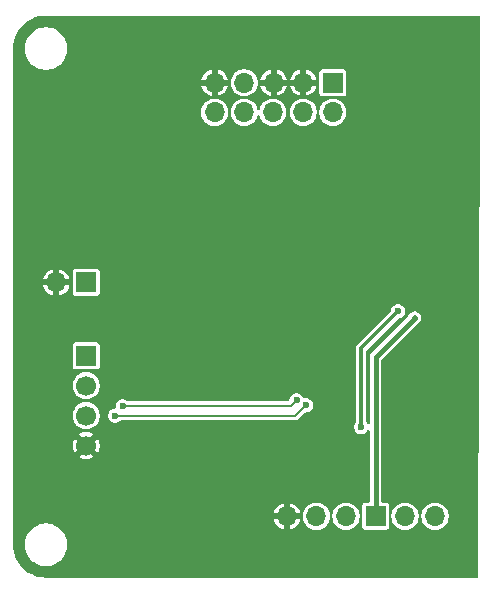
<source format=gbr>
%TF.GenerationSoftware,KiCad,Pcbnew,9.0.1*%
%TF.CreationDate,2025-10-26T23:50:52+01:00*%
%TF.ProjectId,onyks-iot-esp32-storage-rfid,6f6e796b-732d-4696-9f74-2d6573703332,rev?*%
%TF.SameCoordinates,Original*%
%TF.FileFunction,Copper,L4,Bot*%
%TF.FilePolarity,Positive*%
%FSLAX46Y46*%
G04 Gerber Fmt 4.6, Leading zero omitted, Abs format (unit mm)*
G04 Created by KiCad (PCBNEW 9.0.1) date 2025-10-26 23:50:52*
%MOMM*%
%LPD*%
G01*
G04 APERTURE LIST*
%TA.AperFunction,ComponentPad*%
%ADD10R,1.700000X1.700000*%
%TD*%
%TA.AperFunction,ComponentPad*%
%ADD11C,1.700000*%
%TD*%
%TA.AperFunction,HeatsinkPad*%
%ADD12C,0.600000*%
%TD*%
%TA.AperFunction,ComponentPad*%
%ADD13O,1.700000X1.700000*%
%TD*%
%TA.AperFunction,ViaPad*%
%ADD14C,0.600000*%
%TD*%
%TA.AperFunction,ViaPad*%
%ADD15C,0.500000*%
%TD*%
%TA.AperFunction,Conductor*%
%ADD16C,0.300000*%
%TD*%
%TA.AperFunction,Conductor*%
%ADD17C,0.400000*%
%TD*%
%TA.AperFunction,Conductor*%
%ADD18C,0.200000*%
%TD*%
G04 APERTURE END LIST*
D10*
%TO.P,J4,1,Pin_1*%
%TO.N,VCC*%
X134200000Y-120800000D03*
D11*
%TO.P,J4,2,Pin_2*%
%TO.N,/ESP32/RXD*%
X134200000Y-123340000D03*
%TO.P,J4,3,Pin_3*%
%TO.N,/ESP32/TXD*%
X134200000Y-125880000D03*
%TO.P,J4,4,Pin_4*%
%TO.N,GND*%
X134200000Y-128420000D03*
%TD*%
D12*
%TO.P,U1,39,GND*%
%TO.N,GND*%
X159250000Y-111350000D03*
X157850000Y-111350000D03*
X159950000Y-112050000D03*
X158550000Y-112050000D03*
X157150000Y-112050000D03*
X159250000Y-112725000D03*
X157850000Y-112725000D03*
X159950000Y-113450000D03*
X158550000Y-113450000D03*
X157150000Y-113450000D03*
X159250000Y-114150000D03*
X157850000Y-114150000D03*
%TD*%
D10*
%TO.P,J3,1,Pin_1*%
%TO.N,VDD33*%
X155080000Y-97700000D03*
D13*
%TO.P,J3,2,Pin_2*%
%TO.N,GND*%
X152580000Y-97700000D03*
%TO.P,J3,3,Pin_3*%
X150080000Y-97700000D03*
%TO.P,J3,4,Pin_4*%
%TO.N,unconnected-(J3-Pin_4-Pad4)*%
X147580000Y-97700000D03*
%TO.P,J3,5,Pin_5*%
%TO.N,GND*%
X145080000Y-97700000D03*
%TO.P,J3,6,Pin_6*%
%TO.N,/ESP32/MTMS*%
X152580000Y-100200000D03*
%TO.P,J3,7,Pin_7*%
%TO.N,/ESP32/MTCK*%
X147580000Y-100200000D03*
%TO.P,J3,8,Pin_8*%
%TO.N,/ESP32/MTDO*%
X145080000Y-100200000D03*
%TO.P,J3,9,Pin_9*%
%TO.N,/ESP32/MTDI*%
X150000000Y-100200000D03*
%TO.P,J3,10,Pin_10*%
%TO.N,unconnected-(J3-Pin_10-Pad10)*%
X155080000Y-100200000D03*
%TD*%
D10*
%TO.P,J2,1,Pin_1*%
%TO.N,VDD33*%
X158700000Y-134400000D03*
D13*
%TO.P,J2,2,Pin_2*%
%TO.N,GND*%
X151200000Y-134400000D03*
%TO.P,J2,3,Pin_3*%
%TO.N,/ESP32/PROGRAM_RXD*%
X161200000Y-134400000D03*
%TO.P,J2,4,Pin_4*%
%TO.N,/ESP32/PROGRAM_TXD*%
X163740000Y-134400000D03*
%TO.P,J2,5,Pin_5*%
%TO.N,/ESP32/DTR*%
X156200000Y-134400000D03*
%TO.P,J2,6,Pin_6*%
%TO.N,/ESP32/RTS*%
X153700000Y-134400000D03*
%TD*%
D10*
%TO.P,J1,1,Pin_1*%
%TO.N,VCC*%
X134200000Y-114600000D03*
D13*
%TO.P,J1,2,Pin_2*%
%TO.N,GND*%
X131660000Y-114600000D03*
%TD*%
D14*
%TO.N,/ESP32/EN*%
X160608000Y-117047000D03*
X157480000Y-126838000D03*
%TO.N,GND*%
X138049000Y-95758000D03*
X151257000Y-112903000D03*
X142621000Y-104140000D03*
X136017000Y-104140000D03*
X136525000Y-134239000D03*
X136525000Y-131318000D03*
X158242000Y-100584000D03*
X166116000Y-99822000D03*
X166116000Y-95631000D03*
X166116000Y-97409000D03*
X131445000Y-129921000D03*
X136652000Y-120015000D03*
X155702000Y-102870000D03*
X151384000Y-108458000D03*
D15*
X146177000Y-95377000D03*
D14*
X151257000Y-119634000D03*
D15*
X145161000Y-92710000D03*
D14*
X154305000Y-125222000D03*
X156210000Y-125222000D03*
X140843000Y-123317000D03*
X166624000Y-115570000D03*
D15*
X135200000Y-106850000D03*
D14*
X153924000Y-112903000D03*
X129667000Y-131191000D03*
X151257000Y-115062000D03*
X138430000Y-132588000D03*
X129413000Y-110236000D03*
X146812000Y-135382000D03*
D15*
X154051000Y-92710000D03*
D14*
X160020000Y-98933000D03*
X153797000Y-110744000D03*
X166624000Y-109220000D03*
X143891000Y-105156000D03*
D15*
X151003000Y-92710000D03*
D14*
X153797000Y-114935000D03*
X144653000Y-116840000D03*
X131191000Y-127000000D03*
X136906000Y-101600000D03*
X146304000Y-122047000D03*
X160020000Y-101600000D03*
X144780000Y-120904000D03*
X166624000Y-112395000D03*
X136652000Y-122682000D03*
D15*
X142367000Y-92710000D03*
D14*
X151257000Y-117602000D03*
X144653000Y-123317000D03*
X164338000Y-125603000D03*
X158115000Y-102870000D03*
X151257000Y-110871000D03*
D15*
X160274000Y-92710000D03*
D14*
X129413000Y-114300000D03*
X139192000Y-104140000D03*
X164846000Y-116967000D03*
X158242000Y-97282000D03*
X156464000Y-108458000D03*
X138811000Y-101600000D03*
X143764000Y-102616000D03*
D15*
X157443172Y-92659738D03*
X148082000Y-92710000D03*
D14*
X163322000Y-118618000D03*
D15*
X139319000Y-92710000D03*
D14*
X138684000Y-135763000D03*
D15*
X132600000Y-98000000D03*
D14*
X166624000Y-118491000D03*
X143891000Y-107696000D03*
X142748000Y-109220000D03*
X165989000Y-127000000D03*
X137033000Y-97663000D03*
X129540000Y-128651000D03*
X146812000Y-132588000D03*
D15*
X151511000Y-95377000D03*
D14*
X164846000Y-120396000D03*
X142875000Y-121920000D03*
X164338000Y-128524000D03*
X131953000Y-117348000D03*
X129413000Y-108077000D03*
X129413000Y-117221000D03*
X153797000Y-108585000D03*
D15*
X136271000Y-92710000D03*
D14*
X145161000Y-134112000D03*
X129413000Y-120015000D03*
X153797000Y-117475000D03*
X136525000Y-137033000D03*
X129413000Y-105918000D03*
X142748000Y-106680000D03*
X145161000Y-137287000D03*
X140843000Y-121031000D03*
D15*
X166243000Y-102870000D03*
X163195000Y-92710000D03*
D14*
X165989000Y-129540000D03*
D15*
X136271000Y-94615000D03*
D14*
X144780000Y-118999000D03*
X129413000Y-122936000D03*
X136398000Y-117348000D03*
X129413000Y-103378000D03*
X129413000Y-125730000D03*
X153670000Y-119634000D03*
X131699000Y-110363000D03*
X142113000Y-116840000D03*
D15*
%TO.N,VDD33*%
X162000000Y-117600000D03*
D14*
%TO.N,/ESP32/TXD*%
X152806500Y-124993500D03*
X136652000Y-125880000D03*
%TO.N,/ESP32/RXD*%
X137287000Y-125080000D03*
X152016000Y-124584000D03*
%TD*%
D16*
%TO.N,/ESP32/EN*%
X160655000Y-117000000D02*
X160608000Y-117047000D01*
X157480000Y-120175000D02*
X160608000Y-117047000D01*
X157480000Y-126838000D02*
X157480000Y-120175000D01*
D17*
%TO.N,VDD33*%
X158700000Y-120900000D02*
X158700000Y-134400000D01*
X162000000Y-117600000D02*
X158700000Y-120900000D01*
D18*
%TO.N,/ESP32/TXD*%
X151920000Y-125880000D02*
X136652000Y-125880000D01*
X152800000Y-125000000D02*
X151920000Y-125880000D01*
X136652000Y-125880000D02*
X136600000Y-125880000D01*
%TO.N,/ESP32/RXD*%
X137287000Y-125080000D02*
X151520000Y-125080000D01*
X151520000Y-125080000D02*
X152000000Y-124600000D01*
X137200000Y-125080000D02*
X137287000Y-125080000D01*
%TD*%
%TA.AperFunction,Conductor*%
%TO.N,GND*%
G36*
X167529191Y-92019407D02*
G01*
X167565155Y-92068907D01*
X167570000Y-92099500D01*
X167570000Y-97892466D01*
X167569999Y-97892855D01*
X167406670Y-139500889D01*
X167387535Y-139559005D01*
X167337894Y-139594774D01*
X167307671Y-139599500D01*
X130802773Y-139599500D01*
X130797222Y-139599344D01*
X130492105Y-139582208D01*
X130481073Y-139580965D01*
X130182538Y-139530243D01*
X130171716Y-139527773D01*
X130078399Y-139500889D01*
X129880724Y-139443939D01*
X129870245Y-139440272D01*
X129590476Y-139324388D01*
X129580474Y-139319571D01*
X129315444Y-139173094D01*
X129306044Y-139167188D01*
X129059069Y-138991950D01*
X129050389Y-138985027D01*
X128824600Y-138783249D01*
X128816750Y-138775399D01*
X128614972Y-138549610D01*
X128608049Y-138540930D01*
X128432811Y-138293955D01*
X128426905Y-138284555D01*
X128280428Y-138019525D01*
X128275611Y-138009523D01*
X128159727Y-137729754D01*
X128156060Y-137719275D01*
X128153072Y-137708903D01*
X128072222Y-137428270D01*
X128069759Y-137417476D01*
X128019033Y-137118921D01*
X128017791Y-137107894D01*
X128007127Y-136918012D01*
X128000656Y-136802777D01*
X128000500Y-136797226D01*
X128000500Y-136681987D01*
X128999500Y-136681987D01*
X128999500Y-136918012D01*
X129030306Y-137152006D01*
X129030306Y-137152011D01*
X129091393Y-137379992D01*
X129181713Y-137598044D01*
X129299729Y-137802453D01*
X129443402Y-137989692D01*
X129443404Y-137989694D01*
X129443408Y-137989699D01*
X129610301Y-138156592D01*
X129610305Y-138156595D01*
X129610307Y-138156597D01*
X129732033Y-138250000D01*
X129797550Y-138300273D01*
X130001951Y-138418284D01*
X130001952Y-138418284D01*
X130001955Y-138418286D01*
X130220007Y-138508606D01*
X130447986Y-138569693D01*
X130681989Y-138600500D01*
X130681990Y-138600500D01*
X130918010Y-138600500D01*
X130918011Y-138600500D01*
X131152014Y-138569693D01*
X131379993Y-138508606D01*
X131598049Y-138418284D01*
X131802450Y-138300273D01*
X131989699Y-138156592D01*
X132156592Y-137989699D01*
X132300273Y-137802450D01*
X132418284Y-137598049D01*
X132508606Y-137379993D01*
X132569693Y-137152014D01*
X132600500Y-136918011D01*
X132600500Y-136681989D01*
X132569693Y-136447986D01*
X132508606Y-136220007D01*
X132418284Y-136001951D01*
X132300273Y-135797550D01*
X132156592Y-135610301D01*
X131989699Y-135443408D01*
X131989694Y-135443404D01*
X131989692Y-135443402D01*
X131802453Y-135299729D01*
X131794035Y-135294869D01*
X131598049Y-135181716D01*
X131598044Y-135181713D01*
X131379992Y-135091393D01*
X131224277Y-135049670D01*
X131152014Y-135030307D01*
X131152011Y-135030306D01*
X131152009Y-135030306D01*
X130918012Y-134999500D01*
X130918011Y-134999500D01*
X130681989Y-134999500D01*
X130681987Y-134999500D01*
X130447993Y-135030306D01*
X130447988Y-135030306D01*
X130220007Y-135091393D01*
X130001955Y-135181713D01*
X129797546Y-135299729D01*
X129610307Y-135443402D01*
X129443402Y-135610307D01*
X129299729Y-135797546D01*
X129181713Y-136001955D01*
X129091393Y-136220007D01*
X129030306Y-136447988D01*
X129030306Y-136447993D01*
X128999500Y-136681987D01*
X128000500Y-136681987D01*
X128000500Y-134149999D01*
X150075261Y-134149999D01*
X150075261Y-134150000D01*
X150766988Y-134150000D01*
X150734075Y-134207007D01*
X150700000Y-134334174D01*
X150700000Y-134465826D01*
X150734075Y-134592993D01*
X150766988Y-134650000D01*
X150075261Y-134650000D01*
X150078317Y-134669292D01*
X150134250Y-134841440D01*
X150216431Y-135002730D01*
X150216433Y-135002734D01*
X150322824Y-135149169D01*
X150450830Y-135277175D01*
X150597265Y-135383566D01*
X150597269Y-135383568D01*
X150758559Y-135465749D01*
X150930705Y-135521682D01*
X150950000Y-135524737D01*
X150950000Y-134833012D01*
X151007007Y-134865925D01*
X151134174Y-134900000D01*
X151265826Y-134900000D01*
X151392993Y-134865925D01*
X151450000Y-134833012D01*
X151450000Y-135524737D01*
X151469294Y-135521682D01*
X151641440Y-135465749D01*
X151802730Y-135383568D01*
X151802734Y-135383566D01*
X151949169Y-135277175D01*
X152077175Y-135149169D01*
X152183566Y-135002734D01*
X152183568Y-135002730D01*
X152265749Y-134841440D01*
X152321682Y-134669292D01*
X152324739Y-134650000D01*
X151633012Y-134650000D01*
X151665925Y-134592993D01*
X151700000Y-134465826D01*
X151700000Y-134334174D01*
X151693375Y-134309450D01*
X152549500Y-134309450D01*
X152549500Y-134490549D01*
X152577828Y-134669406D01*
X152633788Y-134841637D01*
X152715871Y-135002734D01*
X152716004Y-135002994D01*
X152822447Y-135149501D01*
X152950499Y-135277553D01*
X153097006Y-135383996D01*
X153258361Y-135466211D01*
X153430591Y-135522171D01*
X153502136Y-135533502D01*
X153609451Y-135550500D01*
X153609454Y-135550500D01*
X153790549Y-135550500D01*
X153879977Y-135536335D01*
X153969409Y-135522171D01*
X154141639Y-135466211D01*
X154302994Y-135383996D01*
X154449501Y-135277553D01*
X154577553Y-135149501D01*
X154683996Y-135002994D01*
X154766211Y-134841639D01*
X154822171Y-134669409D01*
X154850500Y-134490546D01*
X154850500Y-134309454D01*
X154850500Y-134309450D01*
X155049500Y-134309450D01*
X155049500Y-134490549D01*
X155077828Y-134669406D01*
X155133788Y-134841637D01*
X155215871Y-135002734D01*
X155216004Y-135002994D01*
X155322447Y-135149501D01*
X155450499Y-135277553D01*
X155597006Y-135383996D01*
X155758361Y-135466211D01*
X155930591Y-135522171D01*
X156002136Y-135533502D01*
X156109451Y-135550500D01*
X156109454Y-135550500D01*
X156290549Y-135550500D01*
X156379977Y-135536335D01*
X156469409Y-135522171D01*
X156641639Y-135466211D01*
X156802994Y-135383996D01*
X156949501Y-135277553D01*
X157077553Y-135149501D01*
X157183996Y-135002994D01*
X157266211Y-134841639D01*
X157322171Y-134669409D01*
X157350500Y-134490546D01*
X157350500Y-134309454D01*
X157350500Y-134309450D01*
X157322171Y-134130593D01*
X157322171Y-134130591D01*
X157266211Y-133958361D01*
X157183996Y-133797006D01*
X157077553Y-133650499D01*
X156949501Y-133522447D01*
X156802994Y-133416004D01*
X156802993Y-133416003D01*
X156802991Y-133416002D01*
X156641637Y-133333788D01*
X156469406Y-133277828D01*
X156290549Y-133249500D01*
X156290546Y-133249500D01*
X156109454Y-133249500D01*
X156109451Y-133249500D01*
X155930593Y-133277828D01*
X155758362Y-133333788D01*
X155597008Y-133416002D01*
X155523752Y-133469225D01*
X155450499Y-133522447D01*
X155322447Y-133650499D01*
X155322207Y-133650830D01*
X155216002Y-133797008D01*
X155133788Y-133958362D01*
X155077828Y-134130593D01*
X155049500Y-134309450D01*
X154850500Y-134309450D01*
X154822171Y-134130593D01*
X154822171Y-134130591D01*
X154766211Y-133958361D01*
X154683996Y-133797006D01*
X154577553Y-133650499D01*
X154449501Y-133522447D01*
X154302994Y-133416004D01*
X154302993Y-133416003D01*
X154302991Y-133416002D01*
X154141637Y-133333788D01*
X153969406Y-133277828D01*
X153790549Y-133249500D01*
X153790546Y-133249500D01*
X153609454Y-133249500D01*
X153609451Y-133249500D01*
X153430593Y-133277828D01*
X153258362Y-133333788D01*
X153097008Y-133416002D01*
X153023752Y-133469225D01*
X152950499Y-133522447D01*
X152822447Y-133650499D01*
X152822207Y-133650830D01*
X152716002Y-133797008D01*
X152633788Y-133958362D01*
X152577828Y-134130593D01*
X152549500Y-134309450D01*
X151693375Y-134309450D01*
X151665925Y-134207007D01*
X151633012Y-134150000D01*
X152324739Y-134150000D01*
X152324738Y-134149999D01*
X152321682Y-134130707D01*
X152265749Y-133958559D01*
X152183568Y-133797269D01*
X152183566Y-133797265D01*
X152077175Y-133650830D01*
X151949169Y-133522824D01*
X151802734Y-133416433D01*
X151802730Y-133416431D01*
X151641440Y-133334250D01*
X151469292Y-133278317D01*
X151450000Y-133275261D01*
X151450000Y-133966988D01*
X151392993Y-133934075D01*
X151265826Y-133900000D01*
X151134174Y-133900000D01*
X151007007Y-133934075D01*
X150950000Y-133966988D01*
X150950000Y-133275261D01*
X150949999Y-133275261D01*
X150930707Y-133278317D01*
X150758559Y-133334250D01*
X150597269Y-133416431D01*
X150597265Y-133416433D01*
X150450830Y-133522824D01*
X150322824Y-133650830D01*
X150216433Y-133797265D01*
X150216431Y-133797269D01*
X150134250Y-133958559D01*
X150078317Y-134130707D01*
X150075261Y-134149999D01*
X128000500Y-134149999D01*
X128000500Y-128329489D01*
X133050000Y-128329489D01*
X133050000Y-128510510D01*
X133078316Y-128689289D01*
X133134250Y-128861440D01*
X133216432Y-129022730D01*
X133227911Y-129038531D01*
X133717036Y-128549406D01*
X133734075Y-128612993D01*
X133799901Y-128727007D01*
X133892993Y-128820099D01*
X134007007Y-128885925D01*
X134070591Y-128902962D01*
X133581466Y-129392087D01*
X133597266Y-129403566D01*
X133758559Y-129485749D01*
X133930710Y-129541683D01*
X134109490Y-129570000D01*
X134290510Y-129570000D01*
X134469289Y-129541683D01*
X134641440Y-129485749D01*
X134802730Y-129403568D01*
X134802735Y-129403564D01*
X134818532Y-129392087D01*
X134818532Y-129392086D01*
X134329408Y-128902962D01*
X134392993Y-128885925D01*
X134507007Y-128820099D01*
X134600099Y-128727007D01*
X134665925Y-128612993D01*
X134682962Y-128549408D01*
X135172086Y-129038532D01*
X135172087Y-129038532D01*
X135183564Y-129022735D01*
X135183568Y-129022730D01*
X135265749Y-128861440D01*
X135321683Y-128689289D01*
X135350000Y-128510510D01*
X135350000Y-128329489D01*
X135321683Y-128150710D01*
X135265749Y-127978559D01*
X135183566Y-127817266D01*
X135172087Y-127801466D01*
X134682962Y-128290591D01*
X134665925Y-128227007D01*
X134600099Y-128112993D01*
X134507007Y-128019901D01*
X134392993Y-127954075D01*
X134329406Y-127937036D01*
X134818532Y-127447911D01*
X134802730Y-127436432D01*
X134641440Y-127354250D01*
X134469289Y-127298316D01*
X134290510Y-127270000D01*
X134109490Y-127270000D01*
X133930710Y-127298316D01*
X133758559Y-127354250D01*
X133597264Y-127436434D01*
X133581466Y-127447911D01*
X134070592Y-127937037D01*
X134007007Y-127954075D01*
X133892993Y-128019901D01*
X133799901Y-128112993D01*
X133734075Y-128227007D01*
X133717037Y-128290592D01*
X133227911Y-127801466D01*
X133216434Y-127817264D01*
X133134250Y-127978559D01*
X133078316Y-128150710D01*
X133050000Y-128329489D01*
X128000500Y-128329489D01*
X128000500Y-125789450D01*
X133049500Y-125789450D01*
X133049500Y-125970549D01*
X133077828Y-126149406D01*
X133133788Y-126321637D01*
X133209015Y-126469279D01*
X133216004Y-126482994D01*
X133322447Y-126629501D01*
X133450499Y-126757553D01*
X133597006Y-126863996D01*
X133758361Y-126946211D01*
X133930591Y-127002171D01*
X134002136Y-127013502D01*
X134109451Y-127030500D01*
X134109454Y-127030500D01*
X134290549Y-127030500D01*
X134379977Y-127016335D01*
X134469409Y-127002171D01*
X134641639Y-126946211D01*
X134802994Y-126863996D01*
X134947588Y-126758943D01*
X156879500Y-126758943D01*
X156879500Y-126917057D01*
X156920423Y-127069784D01*
X156999480Y-127206716D01*
X157111284Y-127318520D01*
X157248216Y-127397577D01*
X157400943Y-127438500D01*
X157400945Y-127438500D01*
X157559055Y-127438500D01*
X157559057Y-127438500D01*
X157711784Y-127397577D01*
X157848716Y-127318520D01*
X157960520Y-127206716D01*
X158014764Y-127112760D01*
X158060233Y-127071821D01*
X158121083Y-127065425D01*
X158174071Y-127096018D01*
X158198958Y-127151913D01*
X158199500Y-127162262D01*
X158199500Y-133150500D01*
X158180593Y-133208691D01*
X158131093Y-133244655D01*
X158100500Y-133249500D01*
X157805139Y-133249500D01*
X157805136Y-133249501D01*
X157780009Y-133252414D01*
X157677235Y-133297794D01*
X157597794Y-133377235D01*
X157552414Y-133480011D01*
X157549500Y-133505130D01*
X157549500Y-135294860D01*
X157549501Y-135294863D01*
X157552414Y-135319990D01*
X157577756Y-135377385D01*
X157597794Y-135422765D01*
X157677235Y-135502206D01*
X157780009Y-135547585D01*
X157805135Y-135550500D01*
X159594864Y-135550499D01*
X159619991Y-135547585D01*
X159722765Y-135502206D01*
X159802206Y-135422765D01*
X159847585Y-135319991D01*
X159850500Y-135294865D01*
X159850499Y-134309450D01*
X160049500Y-134309450D01*
X160049500Y-134490549D01*
X160077828Y-134669406D01*
X160133788Y-134841637D01*
X160215871Y-135002734D01*
X160216004Y-135002994D01*
X160322447Y-135149501D01*
X160450499Y-135277553D01*
X160597006Y-135383996D01*
X160758361Y-135466211D01*
X160930591Y-135522171D01*
X161002136Y-135533502D01*
X161109451Y-135550500D01*
X161109454Y-135550500D01*
X161290549Y-135550500D01*
X161379977Y-135536335D01*
X161469409Y-135522171D01*
X161641639Y-135466211D01*
X161802994Y-135383996D01*
X161949501Y-135277553D01*
X162077553Y-135149501D01*
X162183996Y-135002994D01*
X162266211Y-134841639D01*
X162322171Y-134669409D01*
X162350500Y-134490546D01*
X162350500Y-134309454D01*
X162350500Y-134309450D01*
X162589500Y-134309450D01*
X162589500Y-134490549D01*
X162617828Y-134669406D01*
X162673788Y-134841637D01*
X162755871Y-135002734D01*
X162756004Y-135002994D01*
X162862447Y-135149501D01*
X162990499Y-135277553D01*
X163137006Y-135383996D01*
X163298361Y-135466211D01*
X163470591Y-135522171D01*
X163542136Y-135533502D01*
X163649451Y-135550500D01*
X163649454Y-135550500D01*
X163830549Y-135550500D01*
X163919977Y-135536335D01*
X164009409Y-135522171D01*
X164181639Y-135466211D01*
X164342994Y-135383996D01*
X164489501Y-135277553D01*
X164617553Y-135149501D01*
X164723996Y-135002994D01*
X164806211Y-134841639D01*
X164862171Y-134669409D01*
X164890500Y-134490546D01*
X164890500Y-134309454D01*
X164890500Y-134309450D01*
X164862171Y-134130593D01*
X164862171Y-134130591D01*
X164806211Y-133958361D01*
X164723996Y-133797006D01*
X164617553Y-133650499D01*
X164489501Y-133522447D01*
X164342994Y-133416004D01*
X164342993Y-133416003D01*
X164342991Y-133416002D01*
X164181637Y-133333788D01*
X164009406Y-133277828D01*
X163830549Y-133249500D01*
X163830546Y-133249500D01*
X163649454Y-133249500D01*
X163649451Y-133249500D01*
X163470593Y-133277828D01*
X163298362Y-133333788D01*
X163137008Y-133416002D01*
X163063752Y-133469225D01*
X162990499Y-133522447D01*
X162862447Y-133650499D01*
X162862207Y-133650830D01*
X162756002Y-133797008D01*
X162673788Y-133958362D01*
X162617828Y-134130593D01*
X162589500Y-134309450D01*
X162350500Y-134309450D01*
X162322171Y-134130593D01*
X162322171Y-134130591D01*
X162266211Y-133958361D01*
X162183996Y-133797006D01*
X162077553Y-133650499D01*
X161949501Y-133522447D01*
X161802994Y-133416004D01*
X161802993Y-133416003D01*
X161802991Y-133416002D01*
X161641637Y-133333788D01*
X161469406Y-133277828D01*
X161290549Y-133249500D01*
X161290546Y-133249500D01*
X161109454Y-133249500D01*
X161109451Y-133249500D01*
X160930593Y-133277828D01*
X160758362Y-133333788D01*
X160597008Y-133416002D01*
X160523752Y-133469225D01*
X160450499Y-133522447D01*
X160322447Y-133650499D01*
X160322207Y-133650830D01*
X160216002Y-133797008D01*
X160133788Y-133958362D01*
X160077828Y-134130593D01*
X160049500Y-134309450D01*
X159850499Y-134309450D01*
X159850499Y-133505136D01*
X159847585Y-133480009D01*
X159802206Y-133377235D01*
X159722765Y-133297794D01*
X159619991Y-133252415D01*
X159619990Y-133252414D01*
X159619988Y-133252414D01*
X159594869Y-133249500D01*
X159594865Y-133249500D01*
X159299500Y-133249500D01*
X159241309Y-133230593D01*
X159205345Y-133181093D01*
X159200500Y-133150500D01*
X159200500Y-121148321D01*
X159219407Y-121090130D01*
X159229490Y-121078323D01*
X162169611Y-118138201D01*
X162206970Y-118116637D01*
X162206486Y-118115469D01*
X162212481Y-118112985D01*
X162212480Y-118112985D01*
X162212485Y-118112984D01*
X162338015Y-118040509D01*
X162440509Y-117938015D01*
X162512984Y-117812485D01*
X162550500Y-117672475D01*
X162550500Y-117527525D01*
X162512984Y-117387515D01*
X162512982Y-117387512D01*
X162512982Y-117387510D01*
X162440512Y-117261989D01*
X162440510Y-117261987D01*
X162440509Y-117261985D01*
X162338015Y-117159491D01*
X162338012Y-117159489D01*
X162338010Y-117159487D01*
X162212488Y-117087017D01*
X162212489Y-117087017D01*
X162182896Y-117079087D01*
X162072475Y-117049500D01*
X161927525Y-117049500D01*
X161865790Y-117066041D01*
X161787510Y-117087017D01*
X161661989Y-117159487D01*
X161559490Y-117261986D01*
X161487014Y-117387519D01*
X161484533Y-117393510D01*
X161483369Y-117393027D01*
X161461798Y-117430386D01*
X158392686Y-120499500D01*
X158392685Y-120499499D01*
X158299500Y-120592685D01*
X158299496Y-120592690D01*
X158233609Y-120706809D01*
X158199500Y-120834109D01*
X158199500Y-126513737D01*
X158198275Y-126517507D01*
X158199206Y-126521360D01*
X158188926Y-126546280D01*
X158180593Y-126571928D01*
X158177385Y-126574258D01*
X158175874Y-126577922D01*
X158152910Y-126592040D01*
X158131093Y-126607892D01*
X158127129Y-126607892D01*
X158123752Y-126609968D01*
X158096870Y-126607892D01*
X158069907Y-126607892D01*
X158066700Y-126605562D01*
X158062749Y-126605257D01*
X158045546Y-126590193D01*
X158020407Y-126571928D01*
X158016165Y-126565588D01*
X158015437Y-126564403D01*
X157960520Y-126469284D01*
X157951265Y-126460029D01*
X157945165Y-126450107D01*
X157940580Y-126431132D01*
X157931717Y-126413734D01*
X157930500Y-126398256D01*
X157930500Y-120402611D01*
X157949407Y-120344420D01*
X157959496Y-120332607D01*
X160615607Y-117676496D01*
X160670124Y-117648719D01*
X160685611Y-117647500D01*
X160687055Y-117647500D01*
X160687057Y-117647500D01*
X160839784Y-117606577D01*
X160976716Y-117527520D01*
X161088520Y-117415716D01*
X161167577Y-117278784D01*
X161208500Y-117126057D01*
X161208500Y-116967943D01*
X161167577Y-116815216D01*
X161088520Y-116678284D01*
X160976716Y-116566480D01*
X160839784Y-116487423D01*
X160687057Y-116446500D01*
X160528943Y-116446500D01*
X160376216Y-116487423D01*
X160239284Y-116566480D01*
X160127480Y-116678284D01*
X160048423Y-116815216D01*
X160007500Y-116967944D01*
X160007500Y-116969389D01*
X160007180Y-116970373D01*
X160006653Y-116974377D01*
X160005911Y-116974279D01*
X159988593Y-117027580D01*
X159978504Y-117039393D01*
X157119507Y-119898390D01*
X157060200Y-120001112D01*
X157060200Y-120001113D01*
X157060201Y-120001114D01*
X157029500Y-120115692D01*
X157029500Y-126398256D01*
X157010593Y-126456447D01*
X157000510Y-126468253D01*
X156999483Y-126469279D01*
X156999480Y-126469283D01*
X156999480Y-126469284D01*
X156920423Y-126606216D01*
X156879500Y-126758943D01*
X134947588Y-126758943D01*
X134949501Y-126757553D01*
X135077553Y-126629501D01*
X135183996Y-126482994D01*
X135266211Y-126321639D01*
X135322171Y-126149409D01*
X135350500Y-125970546D01*
X135350500Y-125800943D01*
X136051500Y-125800943D01*
X136051500Y-125959057D01*
X136092423Y-126111784D01*
X136171480Y-126248716D01*
X136283284Y-126360520D01*
X136420216Y-126439577D01*
X136572943Y-126480500D01*
X136572945Y-126480500D01*
X136731055Y-126480500D01*
X136731057Y-126480500D01*
X136883784Y-126439577D01*
X137020716Y-126360520D01*
X137046229Y-126335006D01*
X137071741Y-126309496D01*
X137126258Y-126281719D01*
X137141744Y-126280500D01*
X151972725Y-126280500D01*
X151972727Y-126280500D01*
X152074588Y-126253207D01*
X152074590Y-126253205D01*
X152074592Y-126253205D01*
X152165908Y-126200483D01*
X152165908Y-126200482D01*
X152165913Y-126200480D01*
X152743397Y-125622996D01*
X152797914Y-125595219D01*
X152813401Y-125594000D01*
X152885555Y-125594000D01*
X152885557Y-125594000D01*
X153038284Y-125553077D01*
X153175216Y-125474020D01*
X153287020Y-125362216D01*
X153366077Y-125225284D01*
X153407000Y-125072557D01*
X153407000Y-124914443D01*
X153366077Y-124761716D01*
X153287020Y-124624784D01*
X153175216Y-124512980D01*
X153038284Y-124433923D01*
X152885557Y-124393000D01*
X152727443Y-124393000D01*
X152727440Y-124393000D01*
X152689689Y-124403115D01*
X152628587Y-124399912D01*
X152581038Y-124361405D01*
X152578331Y-124356988D01*
X152575577Y-124352219D01*
X152575577Y-124352216D01*
X152496520Y-124215284D01*
X152384716Y-124103480D01*
X152247784Y-124024423D01*
X152095057Y-123983500D01*
X151936943Y-123983500D01*
X151784216Y-124024423D01*
X151647284Y-124103480D01*
X151535480Y-124215284D01*
X151456423Y-124352216D01*
X151422318Y-124479500D01*
X151415500Y-124504944D01*
X151415500Y-124577099D01*
X151413031Y-124584696D01*
X151414281Y-124592586D01*
X151403756Y-124613241D01*
X151396593Y-124635290D01*
X151386504Y-124647103D01*
X151383103Y-124650504D01*
X151328586Y-124678281D01*
X151313099Y-124679500D01*
X137776744Y-124679500D01*
X137718553Y-124660593D01*
X137706741Y-124650504D01*
X137655718Y-124599482D01*
X137655716Y-124599480D01*
X137518784Y-124520423D01*
X137366057Y-124479500D01*
X137207943Y-124479500D01*
X137112985Y-124504944D01*
X137055216Y-124520423D01*
X136918284Y-124599480D01*
X136806480Y-124711284D01*
X136727423Y-124848216D01*
X136686500Y-125000944D01*
X136686500Y-125159057D01*
X136687347Y-125165491D01*
X136684807Y-125165825D01*
X136682174Y-125215987D01*
X136643664Y-125263533D01*
X136589753Y-125279500D01*
X136572943Y-125279500D01*
X136420216Y-125320423D01*
X136283284Y-125399480D01*
X136171480Y-125511284D01*
X136092423Y-125648216D01*
X136051500Y-125800943D01*
X135350500Y-125800943D01*
X135350500Y-125789454D01*
X135350500Y-125789450D01*
X135322171Y-125610593D01*
X135322171Y-125610591D01*
X135266211Y-125438361D01*
X135183996Y-125277006D01*
X135077553Y-125130499D01*
X134949501Y-125002447D01*
X134802994Y-124896004D01*
X134802993Y-124896003D01*
X134802991Y-124896002D01*
X134641637Y-124813788D01*
X134469406Y-124757828D01*
X134290549Y-124729500D01*
X134290546Y-124729500D01*
X134109454Y-124729500D01*
X134109451Y-124729500D01*
X133930593Y-124757828D01*
X133758362Y-124813788D01*
X133597008Y-124896002D01*
X133571625Y-124914444D01*
X133450499Y-125002447D01*
X133322447Y-125130499D01*
X133283213Y-125184500D01*
X133216002Y-125277008D01*
X133133788Y-125438362D01*
X133077828Y-125610593D01*
X133049500Y-125789450D01*
X128000500Y-125789450D01*
X128000500Y-123249450D01*
X133049500Y-123249450D01*
X133049500Y-123430549D01*
X133077828Y-123609406D01*
X133077829Y-123609409D01*
X133133789Y-123781639D01*
X133216004Y-123942994D01*
X133322447Y-124089501D01*
X133450499Y-124217553D01*
X133597006Y-124323996D01*
X133758361Y-124406211D01*
X133930591Y-124462171D01*
X134002136Y-124473502D01*
X134109451Y-124490500D01*
X134109454Y-124490500D01*
X134290549Y-124490500D01*
X134379977Y-124476335D01*
X134469409Y-124462171D01*
X134641639Y-124406211D01*
X134802994Y-124323996D01*
X134949501Y-124217553D01*
X135077553Y-124089501D01*
X135183996Y-123942994D01*
X135266211Y-123781639D01*
X135322171Y-123609409D01*
X135350500Y-123430546D01*
X135350500Y-123249454D01*
X135350500Y-123249450D01*
X135322171Y-123070593D01*
X135322171Y-123070591D01*
X135266211Y-122898361D01*
X135183996Y-122737006D01*
X135077553Y-122590499D01*
X134949501Y-122462447D01*
X134802994Y-122356004D01*
X134802993Y-122356003D01*
X134802991Y-122356002D01*
X134641637Y-122273788D01*
X134469406Y-122217828D01*
X134290549Y-122189500D01*
X134290546Y-122189500D01*
X134109454Y-122189500D01*
X134109451Y-122189500D01*
X133930593Y-122217828D01*
X133758362Y-122273788D01*
X133597008Y-122356002D01*
X133523752Y-122409225D01*
X133450499Y-122462447D01*
X133322447Y-122590499D01*
X133269225Y-122663752D01*
X133216002Y-122737008D01*
X133133788Y-122898362D01*
X133077828Y-123070593D01*
X133049500Y-123249450D01*
X128000500Y-123249450D01*
X128000500Y-119905130D01*
X133049500Y-119905130D01*
X133049500Y-121694860D01*
X133049501Y-121694863D01*
X133052414Y-121719990D01*
X133077756Y-121777385D01*
X133097794Y-121822765D01*
X133177235Y-121902206D01*
X133280009Y-121947585D01*
X133305135Y-121950500D01*
X135094864Y-121950499D01*
X135119991Y-121947585D01*
X135222765Y-121902206D01*
X135302206Y-121822765D01*
X135347585Y-121719991D01*
X135350500Y-121694865D01*
X135350499Y-119905136D01*
X135347585Y-119880009D01*
X135302206Y-119777235D01*
X135222765Y-119697794D01*
X135119991Y-119652415D01*
X135119990Y-119652414D01*
X135119988Y-119652414D01*
X135094868Y-119649500D01*
X133305139Y-119649500D01*
X133305136Y-119649501D01*
X133280009Y-119652414D01*
X133177235Y-119697794D01*
X133097794Y-119777235D01*
X133052414Y-119880011D01*
X133049500Y-119905130D01*
X128000500Y-119905130D01*
X128000500Y-114349999D01*
X130535261Y-114349999D01*
X130535261Y-114350000D01*
X131226988Y-114350000D01*
X131194075Y-114407007D01*
X131160000Y-114534174D01*
X131160000Y-114665826D01*
X131194075Y-114792993D01*
X131226988Y-114850000D01*
X130535261Y-114850000D01*
X130538317Y-114869292D01*
X130594250Y-115041440D01*
X130676431Y-115202730D01*
X130676433Y-115202734D01*
X130782824Y-115349169D01*
X130910830Y-115477175D01*
X131057265Y-115583566D01*
X131057269Y-115583568D01*
X131218559Y-115665749D01*
X131390705Y-115721682D01*
X131410000Y-115724737D01*
X131410000Y-115033012D01*
X131467007Y-115065925D01*
X131594174Y-115100000D01*
X131725826Y-115100000D01*
X131852993Y-115065925D01*
X131910000Y-115033012D01*
X131910000Y-115724737D01*
X131929294Y-115721682D01*
X132101440Y-115665749D01*
X132262730Y-115583568D01*
X132262734Y-115583566D01*
X132409169Y-115477175D01*
X132537175Y-115349169D01*
X132643566Y-115202734D01*
X132643568Y-115202730D01*
X132725749Y-115041440D01*
X132781682Y-114869292D01*
X132784739Y-114850000D01*
X132093012Y-114850000D01*
X132125925Y-114792993D01*
X132160000Y-114665826D01*
X132160000Y-114534174D01*
X132125925Y-114407007D01*
X132093012Y-114350000D01*
X132784739Y-114350000D01*
X132784738Y-114349999D01*
X132781682Y-114330707D01*
X132725749Y-114158559D01*
X132643568Y-113997269D01*
X132643566Y-113997265D01*
X132537175Y-113850830D01*
X132409169Y-113722824D01*
X132384815Y-113705130D01*
X133049500Y-113705130D01*
X133049500Y-115494860D01*
X133049501Y-115494863D01*
X133052414Y-115519990D01*
X133077756Y-115577385D01*
X133097794Y-115622765D01*
X133177235Y-115702206D01*
X133280009Y-115747585D01*
X133305135Y-115750500D01*
X135094864Y-115750499D01*
X135119991Y-115747585D01*
X135222765Y-115702206D01*
X135302206Y-115622765D01*
X135347585Y-115519991D01*
X135350500Y-115494865D01*
X135350499Y-113705136D01*
X135347585Y-113680009D01*
X135302206Y-113577235D01*
X135222765Y-113497794D01*
X135119991Y-113452415D01*
X135119990Y-113452414D01*
X135119988Y-113452414D01*
X135094868Y-113449500D01*
X133305139Y-113449500D01*
X133305136Y-113449501D01*
X133280009Y-113452414D01*
X133177235Y-113497794D01*
X133097794Y-113577235D01*
X133052414Y-113680011D01*
X133049500Y-113705130D01*
X132384815Y-113705130D01*
X132262734Y-113616433D01*
X132262730Y-113616431D01*
X132101440Y-113534250D01*
X131929292Y-113478317D01*
X131910000Y-113475261D01*
X131910000Y-114166988D01*
X131852993Y-114134075D01*
X131725826Y-114100000D01*
X131594174Y-114100000D01*
X131467007Y-114134075D01*
X131410000Y-114166988D01*
X131410000Y-113475261D01*
X131409999Y-113475261D01*
X131390707Y-113478317D01*
X131218559Y-113534250D01*
X131057269Y-113616431D01*
X131057265Y-113616433D01*
X130910830Y-113722824D01*
X130782824Y-113850830D01*
X130676433Y-113997265D01*
X130676431Y-113997269D01*
X130594250Y-114158559D01*
X130538317Y-114330707D01*
X130535261Y-114349999D01*
X128000500Y-114349999D01*
X128000500Y-100109450D01*
X143929500Y-100109450D01*
X143929500Y-100290549D01*
X143957828Y-100469406D01*
X143957829Y-100469409D01*
X144013789Y-100641639D01*
X144096004Y-100802994D01*
X144202447Y-100949501D01*
X144330499Y-101077553D01*
X144477006Y-101183996D01*
X144638361Y-101266211D01*
X144810591Y-101322171D01*
X144882136Y-101333502D01*
X144989451Y-101350500D01*
X144989454Y-101350500D01*
X145170549Y-101350500D01*
X145259977Y-101336335D01*
X145349409Y-101322171D01*
X145521639Y-101266211D01*
X145682994Y-101183996D01*
X145829501Y-101077553D01*
X145957553Y-100949501D01*
X146063996Y-100802994D01*
X146146211Y-100641639D01*
X146202171Y-100469409D01*
X146230500Y-100290546D01*
X146230500Y-100109454D01*
X146230500Y-100109450D01*
X146429500Y-100109450D01*
X146429500Y-100290549D01*
X146457828Y-100469406D01*
X146457829Y-100469409D01*
X146513789Y-100641639D01*
X146596004Y-100802994D01*
X146702447Y-100949501D01*
X146830499Y-101077553D01*
X146977006Y-101183996D01*
X147138361Y-101266211D01*
X147310591Y-101322171D01*
X147382136Y-101333502D01*
X147489451Y-101350500D01*
X147489454Y-101350500D01*
X147670549Y-101350500D01*
X147759977Y-101336335D01*
X147849409Y-101322171D01*
X148021639Y-101266211D01*
X148182994Y-101183996D01*
X148329501Y-101077553D01*
X148457553Y-100949501D01*
X148563996Y-100802994D01*
X148646211Y-100641639D01*
X148695845Y-100488879D01*
X148731809Y-100439379D01*
X148789999Y-100420471D01*
X148848190Y-100439378D01*
X148884154Y-100488878D01*
X148884155Y-100488879D01*
X148933789Y-100641639D01*
X149016004Y-100802994D01*
X149122447Y-100949501D01*
X149250499Y-101077553D01*
X149397006Y-101183996D01*
X149558361Y-101266211D01*
X149730591Y-101322171D01*
X149802136Y-101333502D01*
X149909451Y-101350500D01*
X149909454Y-101350500D01*
X150090549Y-101350500D01*
X150179977Y-101336335D01*
X150269409Y-101322171D01*
X150441639Y-101266211D01*
X150602994Y-101183996D01*
X150749501Y-101077553D01*
X150877553Y-100949501D01*
X150983996Y-100802994D01*
X151066211Y-100641639D01*
X151122171Y-100469409D01*
X151150500Y-100290546D01*
X151150500Y-100109454D01*
X151150500Y-100109450D01*
X151429500Y-100109450D01*
X151429500Y-100290549D01*
X151457828Y-100469406D01*
X151457829Y-100469409D01*
X151513789Y-100641639D01*
X151596004Y-100802994D01*
X151702447Y-100949501D01*
X151830499Y-101077553D01*
X151977006Y-101183996D01*
X152138361Y-101266211D01*
X152310591Y-101322171D01*
X152382136Y-101333502D01*
X152489451Y-101350500D01*
X152489454Y-101350500D01*
X152670549Y-101350500D01*
X152759977Y-101336335D01*
X152849409Y-101322171D01*
X153021639Y-101266211D01*
X153182994Y-101183996D01*
X153329501Y-101077553D01*
X153457553Y-100949501D01*
X153563996Y-100802994D01*
X153646211Y-100641639D01*
X153702171Y-100469409D01*
X153730500Y-100290546D01*
X153730500Y-100109454D01*
X153730500Y-100109450D01*
X153929500Y-100109450D01*
X153929500Y-100290549D01*
X153957828Y-100469406D01*
X153957829Y-100469409D01*
X154013789Y-100641639D01*
X154096004Y-100802994D01*
X154202447Y-100949501D01*
X154330499Y-101077553D01*
X154477006Y-101183996D01*
X154638361Y-101266211D01*
X154810591Y-101322171D01*
X154882136Y-101333502D01*
X154989451Y-101350500D01*
X154989454Y-101350500D01*
X155170549Y-101350500D01*
X155259977Y-101336335D01*
X155349409Y-101322171D01*
X155521639Y-101266211D01*
X155682994Y-101183996D01*
X155829501Y-101077553D01*
X155957553Y-100949501D01*
X156063996Y-100802994D01*
X156146211Y-100641639D01*
X156202171Y-100469409D01*
X156230500Y-100290546D01*
X156230500Y-100109454D01*
X156230500Y-100109450D01*
X156202171Y-99930593D01*
X156202171Y-99930591D01*
X156146211Y-99758361D01*
X156063996Y-99597006D01*
X155957553Y-99450499D01*
X155829501Y-99322447D01*
X155682994Y-99216004D01*
X155682993Y-99216003D01*
X155682991Y-99216002D01*
X155521637Y-99133788D01*
X155349406Y-99077828D01*
X155170549Y-99049500D01*
X155170546Y-99049500D01*
X154989454Y-99049500D01*
X154989451Y-99049500D01*
X154810593Y-99077828D01*
X154638362Y-99133788D01*
X154477008Y-99216002D01*
X154403752Y-99269225D01*
X154330499Y-99322447D01*
X154202447Y-99450499D01*
X154149225Y-99523752D01*
X154096002Y-99597008D01*
X154013788Y-99758362D01*
X153957828Y-99930593D01*
X153929500Y-100109450D01*
X153730500Y-100109450D01*
X153702171Y-99930593D01*
X153702171Y-99930591D01*
X153646211Y-99758361D01*
X153563996Y-99597006D01*
X153457553Y-99450499D01*
X153329501Y-99322447D01*
X153182994Y-99216004D01*
X153182993Y-99216003D01*
X153182991Y-99216002D01*
X153021637Y-99133788D01*
X152849406Y-99077828D01*
X152670549Y-99049500D01*
X152670546Y-99049500D01*
X152489454Y-99049500D01*
X152489451Y-99049500D01*
X152310593Y-99077828D01*
X152138362Y-99133788D01*
X151977008Y-99216002D01*
X151903752Y-99269225D01*
X151830499Y-99322447D01*
X151702447Y-99450499D01*
X151649225Y-99523752D01*
X151596002Y-99597008D01*
X151513788Y-99758362D01*
X151457828Y-99930593D01*
X151429500Y-100109450D01*
X151150500Y-100109450D01*
X151122171Y-99930593D01*
X151122171Y-99930591D01*
X151066211Y-99758361D01*
X150983996Y-99597006D01*
X150877553Y-99450499D01*
X150749501Y-99322447D01*
X150602994Y-99216004D01*
X150602993Y-99216003D01*
X150602991Y-99216002D01*
X150441637Y-99133788D01*
X150269406Y-99077828D01*
X150090549Y-99049500D01*
X150090546Y-99049500D01*
X149909454Y-99049500D01*
X149909451Y-99049500D01*
X149730593Y-99077828D01*
X149558362Y-99133788D01*
X149397008Y-99216002D01*
X149323752Y-99269225D01*
X149250499Y-99322447D01*
X149122447Y-99450499D01*
X149069225Y-99523752D01*
X149016002Y-99597008D01*
X148933788Y-99758362D01*
X148884155Y-99911120D01*
X148848191Y-99960620D01*
X148790000Y-99979528D01*
X148731810Y-99960621D01*
X148695846Y-99911121D01*
X148695845Y-99911120D01*
X148646211Y-99758362D01*
X148646211Y-99758361D01*
X148563996Y-99597006D01*
X148457553Y-99450499D01*
X148329501Y-99322447D01*
X148182994Y-99216004D01*
X148182993Y-99216003D01*
X148182991Y-99216002D01*
X148021637Y-99133788D01*
X147849406Y-99077828D01*
X147670549Y-99049500D01*
X147670546Y-99049500D01*
X147489454Y-99049500D01*
X147489451Y-99049500D01*
X147310593Y-99077828D01*
X147138362Y-99133788D01*
X146977008Y-99216002D01*
X146903752Y-99269225D01*
X146830499Y-99322447D01*
X146702447Y-99450499D01*
X146649225Y-99523752D01*
X146596002Y-99597008D01*
X146513788Y-99758362D01*
X146457828Y-99930593D01*
X146429500Y-100109450D01*
X146230500Y-100109450D01*
X146202171Y-99930593D01*
X146202171Y-99930591D01*
X146146211Y-99758361D01*
X146063996Y-99597006D01*
X145957553Y-99450499D01*
X145829501Y-99322447D01*
X145682994Y-99216004D01*
X145682993Y-99216003D01*
X145682991Y-99216002D01*
X145521637Y-99133788D01*
X145349406Y-99077828D01*
X145170549Y-99049500D01*
X145170546Y-99049500D01*
X144989454Y-99049500D01*
X144989451Y-99049500D01*
X144810593Y-99077828D01*
X144638362Y-99133788D01*
X144477008Y-99216002D01*
X144403752Y-99269225D01*
X144330499Y-99322447D01*
X144202447Y-99450499D01*
X144149225Y-99523752D01*
X144096002Y-99597008D01*
X144013788Y-99758362D01*
X143957828Y-99930593D01*
X143929500Y-100109450D01*
X128000500Y-100109450D01*
X128000500Y-97449999D01*
X143955261Y-97449999D01*
X143955261Y-97450000D01*
X144646988Y-97450000D01*
X144614075Y-97507007D01*
X144580000Y-97634174D01*
X144580000Y-97765826D01*
X144614075Y-97892993D01*
X144646988Y-97950000D01*
X143955261Y-97950000D01*
X143958317Y-97969292D01*
X144014250Y-98141440D01*
X144096431Y-98302730D01*
X144096433Y-98302734D01*
X144202824Y-98449169D01*
X144330830Y-98577175D01*
X144477265Y-98683566D01*
X144477269Y-98683568D01*
X144638559Y-98765749D01*
X144810705Y-98821682D01*
X144830000Y-98824737D01*
X144830000Y-98133012D01*
X144887007Y-98165925D01*
X145014174Y-98200000D01*
X145145826Y-98200000D01*
X145272993Y-98165925D01*
X145330000Y-98133012D01*
X145330000Y-98824737D01*
X145349294Y-98821682D01*
X145521440Y-98765749D01*
X145682730Y-98683568D01*
X145682734Y-98683566D01*
X145829169Y-98577175D01*
X145957175Y-98449169D01*
X146063566Y-98302734D01*
X146063568Y-98302730D01*
X146145749Y-98141440D01*
X146201682Y-97969292D01*
X146204739Y-97950000D01*
X145513012Y-97950000D01*
X145545925Y-97892993D01*
X145580000Y-97765826D01*
X145580000Y-97634174D01*
X145573375Y-97609450D01*
X146429500Y-97609450D01*
X146429500Y-97790549D01*
X146457828Y-97969406D01*
X146513788Y-98141637D01*
X146595871Y-98302734D01*
X146596004Y-98302994D01*
X146702447Y-98449501D01*
X146830499Y-98577553D01*
X146977006Y-98683996D01*
X147138361Y-98766211D01*
X147310591Y-98822171D01*
X147382136Y-98833502D01*
X147489451Y-98850500D01*
X147489454Y-98850500D01*
X147670549Y-98850500D01*
X147759977Y-98836335D01*
X147849409Y-98822171D01*
X148021639Y-98766211D01*
X148182994Y-98683996D01*
X148329501Y-98577553D01*
X148457553Y-98449501D01*
X148563996Y-98302994D01*
X148646211Y-98141639D01*
X148702171Y-97969409D01*
X148706597Y-97941460D01*
X148712385Y-97904924D01*
X148730500Y-97790549D01*
X148730500Y-97609450D01*
X148712385Y-97495076D01*
X148705245Y-97449999D01*
X148955261Y-97449999D01*
X148955261Y-97450000D01*
X149646988Y-97450000D01*
X149614075Y-97507007D01*
X149580000Y-97634174D01*
X149580000Y-97765826D01*
X149614075Y-97892993D01*
X149646988Y-97950000D01*
X148955261Y-97950000D01*
X148958317Y-97969292D01*
X149014250Y-98141440D01*
X149096431Y-98302730D01*
X149096433Y-98302734D01*
X149202824Y-98449169D01*
X149330830Y-98577175D01*
X149477265Y-98683566D01*
X149477269Y-98683568D01*
X149638559Y-98765749D01*
X149810705Y-98821682D01*
X149830000Y-98824737D01*
X149830000Y-98133012D01*
X149887007Y-98165925D01*
X150014174Y-98200000D01*
X150145826Y-98200000D01*
X150272993Y-98165925D01*
X150330000Y-98133012D01*
X150330000Y-98824737D01*
X150349294Y-98821682D01*
X150521440Y-98765749D01*
X150682730Y-98683568D01*
X150682734Y-98683566D01*
X150829169Y-98577175D01*
X150957175Y-98449169D01*
X151063566Y-98302734D01*
X151063568Y-98302730D01*
X151145749Y-98141440D01*
X151201682Y-97969292D01*
X151204739Y-97950000D01*
X150513012Y-97950000D01*
X150545925Y-97892993D01*
X150580000Y-97765826D01*
X150580000Y-97634174D01*
X150545925Y-97507007D01*
X150513012Y-97450000D01*
X151204739Y-97450000D01*
X151204738Y-97449999D01*
X151455261Y-97449999D01*
X151455261Y-97450000D01*
X152146988Y-97450000D01*
X152114075Y-97507007D01*
X152080000Y-97634174D01*
X152080000Y-97765826D01*
X152114075Y-97892993D01*
X152146988Y-97950000D01*
X151455261Y-97950000D01*
X151458317Y-97969292D01*
X151514250Y-98141440D01*
X151596431Y-98302730D01*
X151596433Y-98302734D01*
X151702824Y-98449169D01*
X151830830Y-98577175D01*
X151977265Y-98683566D01*
X151977269Y-98683568D01*
X152138559Y-98765749D01*
X152310705Y-98821682D01*
X152330000Y-98824737D01*
X152330000Y-98133012D01*
X152387007Y-98165925D01*
X152514174Y-98200000D01*
X152645826Y-98200000D01*
X152772993Y-98165925D01*
X152830000Y-98133012D01*
X152830000Y-98824737D01*
X152849294Y-98821682D01*
X153021440Y-98765749D01*
X153182730Y-98683568D01*
X153182734Y-98683566D01*
X153329169Y-98577175D01*
X153457175Y-98449169D01*
X153563566Y-98302734D01*
X153563568Y-98302730D01*
X153645749Y-98141440D01*
X153701682Y-97969292D01*
X153704739Y-97950000D01*
X153013012Y-97950000D01*
X153045925Y-97892993D01*
X153080000Y-97765826D01*
X153080000Y-97634174D01*
X153045925Y-97507007D01*
X153013012Y-97450000D01*
X153704739Y-97450000D01*
X153704738Y-97449999D01*
X153701682Y-97430707D01*
X153645749Y-97258559D01*
X153563568Y-97097269D01*
X153563566Y-97097265D01*
X153457175Y-96950830D01*
X153329169Y-96822824D01*
X153304815Y-96805130D01*
X153929500Y-96805130D01*
X153929500Y-98594860D01*
X153929501Y-98594863D01*
X153932414Y-98619990D01*
X153957756Y-98677385D01*
X153977794Y-98722765D01*
X154057235Y-98802206D01*
X154160009Y-98847585D01*
X154185135Y-98850500D01*
X155974864Y-98850499D01*
X155999991Y-98847585D01*
X156102765Y-98802206D01*
X156182206Y-98722765D01*
X156227585Y-98619991D01*
X156230500Y-98594865D01*
X156230499Y-96805136D01*
X156227585Y-96780009D01*
X156182206Y-96677235D01*
X156102765Y-96597794D01*
X155999991Y-96552415D01*
X155999990Y-96552414D01*
X155999988Y-96552414D01*
X155974868Y-96549500D01*
X154185139Y-96549500D01*
X154185136Y-96549501D01*
X154160009Y-96552414D01*
X154057235Y-96597794D01*
X153977794Y-96677235D01*
X153932414Y-96780011D01*
X153929500Y-96805130D01*
X153304815Y-96805130D01*
X153182734Y-96716433D01*
X153182730Y-96716431D01*
X153021440Y-96634250D01*
X152849292Y-96578317D01*
X152830000Y-96575261D01*
X152830000Y-97266988D01*
X152772993Y-97234075D01*
X152645826Y-97200000D01*
X152514174Y-97200000D01*
X152387007Y-97234075D01*
X152330000Y-97266988D01*
X152330000Y-96575261D01*
X152329999Y-96575261D01*
X152310707Y-96578317D01*
X152138559Y-96634250D01*
X151977269Y-96716431D01*
X151977265Y-96716433D01*
X151830830Y-96822824D01*
X151702824Y-96950830D01*
X151596433Y-97097265D01*
X151596431Y-97097269D01*
X151514250Y-97258559D01*
X151458317Y-97430707D01*
X151455261Y-97449999D01*
X151204738Y-97449999D01*
X151201682Y-97430707D01*
X151145749Y-97258559D01*
X151063568Y-97097269D01*
X151063566Y-97097265D01*
X150957175Y-96950830D01*
X150829169Y-96822824D01*
X150682734Y-96716433D01*
X150682730Y-96716431D01*
X150521440Y-96634250D01*
X150349292Y-96578317D01*
X150330000Y-96575261D01*
X150330000Y-97266988D01*
X150272993Y-97234075D01*
X150145826Y-97200000D01*
X150014174Y-97200000D01*
X149887007Y-97234075D01*
X149830000Y-97266988D01*
X149830000Y-96575261D01*
X149829999Y-96575261D01*
X149810707Y-96578317D01*
X149638559Y-96634250D01*
X149477269Y-96716431D01*
X149477265Y-96716433D01*
X149330830Y-96822824D01*
X149202824Y-96950830D01*
X149096433Y-97097265D01*
X149096431Y-97097269D01*
X149014250Y-97258559D01*
X148958317Y-97430707D01*
X148955261Y-97449999D01*
X148705245Y-97449999D01*
X148702171Y-97430593D01*
X148702171Y-97430591D01*
X148646211Y-97258361D01*
X148563996Y-97097006D01*
X148457553Y-96950499D01*
X148329501Y-96822447D01*
X148182994Y-96716004D01*
X148182993Y-96716003D01*
X148182991Y-96716002D01*
X148021637Y-96633788D01*
X147849406Y-96577828D01*
X147670549Y-96549500D01*
X147670546Y-96549500D01*
X147489454Y-96549500D01*
X147489451Y-96549500D01*
X147310593Y-96577828D01*
X147138362Y-96633788D01*
X146977008Y-96716002D01*
X146903752Y-96769225D01*
X146830499Y-96822447D01*
X146702447Y-96950499D01*
X146702207Y-96950830D01*
X146596002Y-97097008D01*
X146513788Y-97258362D01*
X146457828Y-97430593D01*
X146429500Y-97609450D01*
X145573375Y-97609450D01*
X145545925Y-97507007D01*
X145513012Y-97450000D01*
X146204739Y-97450000D01*
X146204738Y-97449999D01*
X146201682Y-97430707D01*
X146145749Y-97258559D01*
X146063568Y-97097269D01*
X146063566Y-97097265D01*
X145957175Y-96950830D01*
X145829169Y-96822824D01*
X145682734Y-96716433D01*
X145682730Y-96716431D01*
X145521440Y-96634250D01*
X145349292Y-96578317D01*
X145330000Y-96575261D01*
X145330000Y-97266988D01*
X145272993Y-97234075D01*
X145145826Y-97200000D01*
X145014174Y-97200000D01*
X144887007Y-97234075D01*
X144830000Y-97266988D01*
X144830000Y-96575261D01*
X144829999Y-96575261D01*
X144810707Y-96578317D01*
X144638559Y-96634250D01*
X144477269Y-96716431D01*
X144477265Y-96716433D01*
X144330830Y-96822824D01*
X144202824Y-96950830D01*
X144096433Y-97097265D01*
X144096431Y-97097269D01*
X144014250Y-97258559D01*
X143958317Y-97430707D01*
X143955261Y-97449999D01*
X128000500Y-97449999D01*
X128000500Y-94802773D01*
X128000656Y-94797222D01*
X128002740Y-94760118D01*
X128007128Y-94681987D01*
X128999500Y-94681987D01*
X128999500Y-94918012D01*
X129030306Y-95152006D01*
X129030306Y-95152011D01*
X129091393Y-95379992D01*
X129181713Y-95598044D01*
X129299729Y-95802453D01*
X129443402Y-95989692D01*
X129443404Y-95989694D01*
X129443408Y-95989699D01*
X129610301Y-96156592D01*
X129610305Y-96156595D01*
X129610307Y-96156597D01*
X129797546Y-96300270D01*
X129797550Y-96300273D01*
X130001951Y-96418284D01*
X130001952Y-96418284D01*
X130001955Y-96418286D01*
X130220007Y-96508606D01*
X130447986Y-96569693D01*
X130681989Y-96600500D01*
X130681990Y-96600500D01*
X130918010Y-96600500D01*
X130918011Y-96600500D01*
X131152014Y-96569693D01*
X131379993Y-96508606D01*
X131598049Y-96418284D01*
X131802450Y-96300273D01*
X131989699Y-96156592D01*
X132156592Y-95989699D01*
X132300273Y-95802450D01*
X132418284Y-95598049D01*
X132508606Y-95379993D01*
X132569693Y-95152014D01*
X132600500Y-94918011D01*
X132600500Y-94681989D01*
X132569693Y-94447986D01*
X132508606Y-94220007D01*
X132418284Y-94001951D01*
X132300273Y-93797550D01*
X132252900Y-93735812D01*
X132156597Y-93610307D01*
X132156595Y-93610305D01*
X132156592Y-93610301D01*
X131989699Y-93443408D01*
X131989694Y-93443404D01*
X131989692Y-93443402D01*
X131802453Y-93299729D01*
X131598044Y-93181713D01*
X131379992Y-93091393D01*
X131224277Y-93049670D01*
X131152014Y-93030307D01*
X131152011Y-93030306D01*
X131152009Y-93030306D01*
X130918012Y-92999500D01*
X130918011Y-92999500D01*
X130681989Y-92999500D01*
X130681987Y-92999500D01*
X130447993Y-93030306D01*
X130447988Y-93030306D01*
X130220007Y-93091393D01*
X130001955Y-93181713D01*
X129797546Y-93299729D01*
X129610307Y-93443402D01*
X129443402Y-93610307D01*
X129299729Y-93797546D01*
X129181713Y-94001955D01*
X129091393Y-94220007D01*
X129030306Y-94447988D01*
X129030306Y-94447993D01*
X128999500Y-94681987D01*
X128007128Y-94681987D01*
X128017791Y-94492099D01*
X128019034Y-94481073D01*
X128020356Y-94473293D01*
X128069760Y-94182519D01*
X128072221Y-94171733D01*
X128156063Y-93880714D01*
X128159723Y-93870254D01*
X128275614Y-93590469D01*
X128280428Y-93580474D01*
X128356182Y-93443408D01*
X128426909Y-93315436D01*
X128432806Y-93306051D01*
X128608053Y-93059063D01*
X128614967Y-93050394D01*
X128816757Y-92824592D01*
X128824592Y-92816757D01*
X129050394Y-92614967D01*
X129059063Y-92608053D01*
X129306051Y-92432806D01*
X129315436Y-92426909D01*
X129580480Y-92280424D01*
X129590469Y-92275614D01*
X129870254Y-92159723D01*
X129880714Y-92156063D01*
X130171733Y-92072221D01*
X130182519Y-92069760D01*
X130481080Y-92019033D01*
X130492099Y-92017791D01*
X130797222Y-92000655D01*
X130802773Y-92000500D01*
X130839882Y-92000500D01*
X167471000Y-92000500D01*
X167529191Y-92019407D01*
G37*
%TD.AperFunction*%
%TD*%
M02*

</source>
